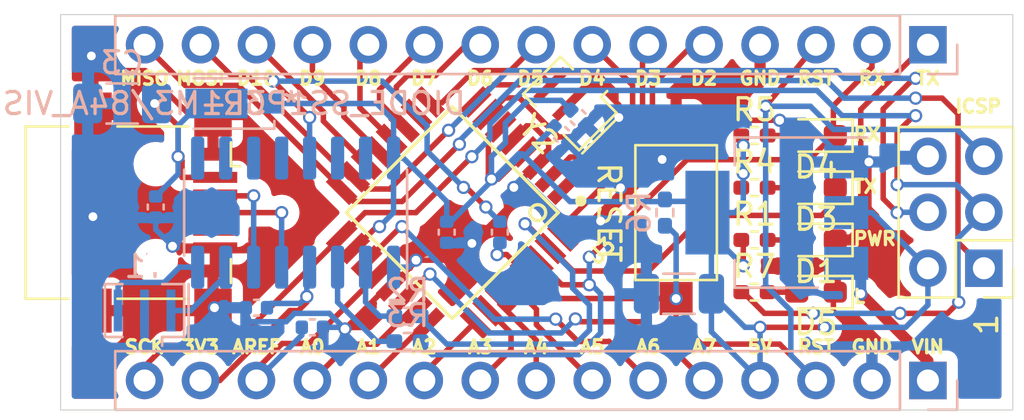
<source format=kicad_pcb>
(kicad_pcb (version 20211014) (generator pcbnew)
  (title_block (title "ARDUINO NANO CLONE w CH340G") (date "2021-12-05") (rev "1.0.0") (company "Pulsestar") (comment 1 "Designed by - twotool") (comment 2 "twotool@outlook.com") (comment 3 "+880 1715-298880"))
  (layers (0 "F.Cu" signal) (31 "B.Cu" signal) (34 "B.Paste" user) (35 "F.Paste" user) (36 "B.SilkS" user "B.Silkscreen") (37 "F.SilkS" user "F.Silkscreen") (38 "B.Mask" user) (39 "F.Mask" user) (44 "Edge.Cuts" user))
  (net 0 "")
  (net 1 "GND")
  (net 2 "+3V3")
  (net 3 "VBUS")
  (net 4 "/VIN")
  (net 5 "/RST")
  (net 6 "+5V")
  (net 7 "Net-(D1-Pad2)")
  (net 8 "Net-(D3-Pad2)")
  (net 9 "/TX")
  (net 10 "Net-(D4-Pad2)")
  (net 11 "/RX")
  (net 12 "/SCK")
  (net 13 "/AREF")
  (net 14 "/A0")
  (net 15 "/A1")
  (net 16 "/A2")
  (net 17 "/A3")
  (net 18 "/A4")
  (net 19 "/A5")
  (net 20 "/A6")
  (net 21 "/A7")
  (net 22 "/MISO")
  (net 23 "/MOSI")
  (net 24 "/D10")
  (net 25 "/D9")
  (net 26 "/D8")
  (net 27 "/D7")
  (net 28 "/D6")
  (net 29 "/D5")
  (net 30 "/D4")
  (net 31 "/D3")
  (net 32 "/D2")
  (net 33 "/D+")
  (net 34 "/D-")
  (net 35 "/XI")
  (net 36 "/XO")
  (net 37 "Net-(U3-Pad8)")
  (net 38 "Net-(U3-Pad7)")
  (net 39 "Net-(D5-Pad2)")
  (net 40 "/TXD")
  (net 41 "/RXD")
  (net 42 "/~{DTR}")
  (footprint "LED_SMD:LED_0603_1608Metric_Pad1.05x0.95mm_HandSolder" (layer "F.Cu") (at 149.86 77.610166 180)
    (fp_text reference "D3")
    (fp_text value "TX_GRN")
  )
  (footprint "Connector_PinHeader_2.54mm:PinHeader_2x03_P2.54mm_Vertical" (layer "F.Cu") (at 157.48 81.265 180)
    (fp_text reference "J3" hide)
    (fp_text value "ICSP" hide)
  )
  (footprint "Connector_USB:USB_Mini-B_Lumberg_2486_01_Horizontal" (layer "F.Cu") (at 119.888 78.74 -90)
    (fp_text reference "J4" hide)
    (fp_text value "USB_B_Mini" hide)
  )
  (footprint "Resistor_SMD:R_0402_1005Metric_Pad0.72x0.64mm_HandSolder" (layer "F.Cu") (at 147.066 79.980832)
    (fp_text reference "R1")
    (fp_text value "R")
  )
  (footprint "Resistor_SMD:R_0402_1005Metric_Pad0.72x0.64mm_HandSolder" (layer "F.Cu") (at 147.066 77.610166)
    (fp_text reference "R4")
    (fp_text value "R")
  )
  (footprint "Resistor_SMD:R_0402_1005Metric_Pad0.72x0.64mm_HandSolder" (layer "F.Cu") (at 147.066 75.2395)
    (fp_text reference "R5")
    (fp_text value "R")
  )
  (footprint "Button_Switch_SMD:SW_SPST_CK_RS282G05A3" (layer "F.Cu") (at 143.51 78.74 -90)
    (fp_text reference "SW1" hide)
    (fp_text value "SW_PUSHBUTTON" hide)
  )
  (footprint "22L_MCU:ATMEGA328P-AU" (layer "F.Cu") (at 133.35 78.74 -135)
    (fp_text reference "U3")
    (fp_text value "ATMEGA328P-AU")
  )
  (footprint "Crystal:Resonator_SMD_Murata_CSTxExxV-3Pin_3.0x1.1mm" (layer "F.Cu") (at 138.684 73.787 135)
    (fp_text reference "Y2")
    (fp_text value "16MHz")
  )
  (footprint "Resistor_SMD:R_0402_1005Metric_Pad0.72x0.64mm_HandSolder" (layer "F.Cu") (at 147.066 82.3515)
    (fp_text reference "R7")
    (fp_text value "R")
  )
  (footprint "LED_SMD:LED_0603_1608Metric_Pad1.05x0.95mm_HandSolder" (layer "F.Cu") (at 149.86 82.3515 180)
    (fp_text reference "D5")
    (fp_text value "L_RED")
  )
  (footprint "LED_SMD:LED_0603_1608Metric_Pad1.05x0.95mm_HandSolder" (layer "F.Cu") (at 149.86 75.2395 180)
    (fp_text reference "D4")
    (fp_text value "RX_RED")
  )
  (footprint "LED_SMD:LED_0603_1608Metric_Pad1.05x0.95mm_HandSolder" (layer "F.Cu") (at 149.86 79.980832 180)
    (fp_text reference "D1")
    (fp_text value "PWR_RED")
  )
  (footprint "Capacitor_SMD:C_0402_1005Metric" (layer "B.Cu") (at 119.888 78.486 -90)
    (fp_text reference "C2" hide)
    (fp_text value "0.1uF" hide)
  )
  (footprint "Capacitor_SMD:C_1206_3216Metric_Pad1.33x1.80mm_HandSolder" (layer "B.Cu") (at 118.364 73.787 180)
    (fp_text reference "C3")
    (fp_text value "4.7uF")
  )
  (footprint "Capacitor_SMD:C_0402_1005Metric" (layer "B.Cu") (at 135.509 79.629 -90)
    (fp_text reference "C5" hide)
    (fp_text value "0.1uF" hide)
  )
  (footprint "Capacitor_SMD:C_0402_1005Metric" (layer "B.Cu") (at 127 83.947)
    (fp_text reference "C8" hide)
    (fp_text value "0.1uF" hide)
  )
  (footprint "Capacitor_SMD:C_0402_1005Metric" (layer "B.Cu") (at 139.065 74.422 -45)
    (fp_text reference "C9" hide)
    (fp_text value "0.1uF" hide)
  )
  (footprint "Capacitor_SMD:C_0402_1005Metric" (layer "B.Cu") (at 138.303 75.184 -45)
    (fp_text reference "C10" hide)
    (fp_text value "0.1uF" hide)
  )
  (footprint "Connector_PinHeader_2.54mm:PinHeader_1x15_P2.54mm_Vertical" (layer "B.Cu") (at 154.94 71.12 90)
    (fp_text reference "J2" hide)
    (fp_text value "Conn_01x15" hide)
  )
  (footprint "Resistor_SMD:R_0402_1005Metric_Pad0.72x0.64mm_HandSolder" (layer "B.Cu") (at 131.318 84.582 180)
    (fp_text reference "R3")
    (fp_text value "1K")
  )
  (footprint "Resistor_SMD:R_0402_1005Metric_Pad0.72x0.64mm_HandSolder" (layer "B.Cu") (at 143.002 78.74 -90)
    (fp_text reference "R6")
    (fp_text value "1K")
  )
  (footprint "Package_SO:SOIC-16_3.9x9.9mm_P1.27mm" (layer "B.Cu") (at 126.238 78.74 90)
    (fp_text reference "U1" hide)
    (fp_text value "CH340G" hide)
  )
  (footprint "Package_TO_SOT_SMD:SOT-223-3_TabPin2" (layer "B.Cu") (at 148.082 78.74 180)
    (fp_text reference "U2" hide)
    (fp_text value "NCP1117-5.0_SOT223" hide)
  )
  (footprint "Crystal:Resonator_SMD_Murata_CSTxExxV-3Pin_3.0x1.1mm" (layer "B.Cu") (at 119.38 83.185 180)
    (fp_text reference "Y1")
    (fp_text value "16MHz")
  )
  (footprint "Connector_PinHeader_2.54mm:PinHeader_1x15_P2.54mm_Vertical" (layer "B.Cu") (at 154.94 86.36 90)
    (fp_text reference "J1" hide)
    (fp_text value "Conn_01x15" hide)
  )
  (footprint "Capacitor_SMD:C_1206_3216Metric" (layer "B.Cu") (at 143.637 82.423 180)
    (fp_text reference "C6" hide)
    (fp_text value "1uF" hide)
  )
  (footprint "Capacitor_SMD:C_0402_1005Metric" (layer "B.Cu") (at 133.096 79.629 -90)
    (fp_text reference "C11" hide)
    (fp_text value "0.1uF" hide)
  )
  (footprint "Resistor_SMD:R_0402_1005Metric_Pad0.72x0.64mm_HandSolder" (layer "B.Cu") (at 131.318 83.439 180)
    (fp_text reference "R2")
    (fp_text value "1K")
  )
  (footprint "22L_DIODE:SS1P3L-M3_84A" (layer "B.Cu") (at 123.444 73.787 180)
    (fp_text reference "CR1")
    (fp_text value "DIODE_SS1P3L-M3/84A_VIS")
  )
  (footprint "Capacitor_SMD:C_0402_1005Metric" (layer "B.Cu") (at 124.46 83.058 180)
    (fp_text reference "C1" hide)
    (fp_text value "0.1uF" hide)
  )
  (gr_line (start 158.79 87.7) (end 158.79 69.75) (layer "Edge.Cuts") (width 0.05))
  (gr_line (start 115.57 69.75) (end 158.79 69.75) (layer "Edge.Cuts") (width 0.05))
  (gr_line (start 115.57 87.7) (end 115.57 69.75) (layer "Edge.Cuts") (width 0.05))
  (gr_line (start 115.57 87.7) (end 158.79 87.7) (layer "Edge.Cuts") (width 0.05))
  (gr_text "PWR" (at 152.527 79.925332) (layer "F.SilkS") (effects (font (size 0.6 0.6))))
  (gr_text "L" (at 151.827 82.55) (layer "F.SilkS") (effects (font (size 0.6 0.6))))
  (gr_text "TX" (at 152.098428 77.554666) (layer "F.SilkS") (effects (font (size 0.6 0.6))))
  (gr_text "RX" (at 152.169857 75.184) (layer "F.SilkS") (effects (font (size 0.6 0.6))))
  (gr_text "GND" (at 152.4 84.836) (layer "F.SilkS") (effects (font (size 0.6 0.6))))
  (gr_text "RST" (at 149.86 84.836) (layer "F.SilkS") (effects (font (size 0.6 0.6))))
  (gr_text "5V" (at 147.32 84.836) (layer "F.SilkS") (effects (font (size 0.6 0.6))))
  (gr_text "A7" (at 144.78 84.836) (layer "F.SilkS") (effects (font (size 0.6 0.6))))
  (gr_text "A6" (at 142.24 84.836) (layer "F.SilkS") (effects (font (size 0.6 0.6))))
  (gr_text "A5" (at 139.7 84.836) (layer "F.SilkS") (effects (font (size 0.6 0.6))))
  (gr_text "A4" (at 137.16 84.836) (layer "F.SilkS") (effects (font (size 0.6 0.6))))
  (gr_text "A3" (at 134.62 84.836) (layer "F.SilkS") (effects (font (size 0.6 0.6))))
  (gr_text "A2" (at 132.08 84.836) (layer "F.SilkS") (effects (font (size 0.6 0.6))))
  (gr_text "A1" (at 129.54 84.836) (layer "F.SilkS") (effects (font (size 0.6 0.6))))
  (gr_text "A0" (at 127 84.836) (layer "F.SilkS") (effects (font (size 0.6 0.6))))
  (gr_text "AREF" (at 124.46 84.836) (layer "F.SilkS") (effects (font (size 0.6 0.6))))
  (gr_text "3V3" (at 121.92 84.836) (layer "F.SilkS") (effects (font (size 0.6 0.6))))
  (gr_text "SCK" (at 119.38 84.836) (layer "F.SilkS") (effects (font (size 0.6 0.6))))
  (gr_text "MISO" (at 119.38 72.644) (layer "F.SilkS") (effects (font (size 0.6 0.6))))
  (gr_text "MOSI\n" (at 121.92 72.644) (layer "F.SilkS") (effects (font (size 0.6 0.6))))
  (gr_text "D10" (at 124.46 72.644) (layer "F.SilkS") (effects (font (size 0.6 0.6))))
  (gr_text "D9\n" (at 127 72.644) (layer "F.SilkS") (effects (font (size 0.6 0.6))))
  (gr_text "D8\n" (at 129.54 72.644) (layer "F.SilkS") (effects (font (size 0.6 0.6))))
  (gr_text "D7" (at 132.08 72.644) (layer "F.SilkS") (effects (font (size 0.6 0.6))))
  (gr_text "D6" (at 134.62 72.644) (layer "F.SilkS") (effects (font (size 0.6 0.6))))
  (gr_text "D5" (at 136.906 72.644) (layer "F.SilkS") (effects (font (size 0.6 0.6))))
  (gr_text "D4" (at 139.7 72.644) (layer "F.SilkS") (effects (font (size 0.6 0.6))))
  (gr_text "D3" (at 142.24 72.644) (layer "F.SilkS") (effects (font (size 0.6 0.6))))
  (gr_text "D2" (at 144.78 72.644) (layer "F.SilkS") (effects (font (size 0.6 0.6))))
  (gr_text "GND" (at 147.32 72.644) (layer "F.SilkS") (effects (font (size 0.6 0.6))))
  (gr_text "RST" (at 149.86 72.644) (layer "F.SilkS") (effects (font (size 0.6 0.6))))
  (gr_text "RX" (at 152.4 72.644) (layer "F.SilkS") (effects (font (size 0.6 0.6))))
  (gr_text "TX" (at 154.94 72.644) (layer "F.SilkS") (effects (font (size 0.6 0.6))))
  (gr_text "ICSP\n" (at 157.226 73.914) (layer "F.SilkS") (effects (font (size 0.6 0.6))))
  (gr_text "VIN" (at 154.94 84.836) (layer "F.SilkS") (effects (font (size 0.6 0.6))))
  (gr_text "1" (at 157.607 83.82 90) (layer "F.SilkS") (effects (font (size 1 1))))
  (gr_text "RESET" (at 140.462 78.74 270) (layer "F.SilkS") (effects (font (size 1 1))))
  (segment (start 122.588 80.34) (end 122.588 83.09) (width 0.25) (layer "F.Cu") (net 1))
  (segment (start 122.555 83.123) (end 122.488 83.19) (width 0.25) (layer "F.Cu") (net 1))
  (segment (start 117.061999 72.295001) (end 117.038 72.319) (width 0.25) (layer "F.Cu") (net 1))
  (segment (start 137.157676 76.583324) (end 136.144 77.597) (width 0.25) (layer "F.Cu") (net 1))
  (segment (start 131.699 80.899) (end 131.699 80.956686) (width 0.25) (layer "F.Cu") (net 1))
  (segment (start 150.6475 82.3515) (end 150.6475 83.2105) (width 0.25) (layer "F.Cu") (net 1))
  (segment (start 137.723197 75.493197) (end 137.033 74.803) (width 0.25) (layer "F.Cu") (net 1))
  (segment (start 140.081 73.025) (end 139.446 73.025) (width 0.25) (layer "F.Cu") (net 1))
  (segment (start 130.468466 82.028047) (end 128.475807 84.020706) (width 0.25) (layer "F.Cu") (net 1))
  (segment (start 136.721314 74.803) (end 136.072361 75.451953) (width 0.25) (layer "F.Cu") (net 1))
  (segment (start 131.699 80.956686) (end 130.627639 82.028047) (width 0.25) (layer "F.Cu") (net 1))
  (segment (start 122.555 83.058) (end 122.555 83.123) (width 0.25) (layer "F.Cu") (net 1))
  (segment (start 117.038 74.29) (end 117.038 72.319) (width 0.25) (layer "F.Cu") (net 1))
  (segment (start 117.038 74.29) (end 117.038 78.923) (width 0.25) (layer "F.Cu") (net 1))
  (segment (start 137.723197 76.063859) (end 137.723197 75.493197) (width 0.25) (layer "F.Cu") (net 1))
  (segment (start 146.558 73.279) (end 146.685 73.152) (width 0.25) (layer "F.Cu") (net 1))
  (segment (start 133.477 80.899) (end 134.239 80.137) (width 0.25) (layer "F.Cu") (net 1))
  (segment (start 142.875 75.475) (end 143.51 74.84) (width 0.25) (layer "F.Cu") (net 1))
  (segment (start 147.32 72.517) (end 146.685 73.152) (width 0.25) (layer "F.Cu") (net 1))
  (segment (start 152.4 84.963) (end 152.4 86.36) (width 0.25) (layer "F.Cu") (net 1))
  (segment (start 118.142001 72.295001) (end 117.061999 72.295001) (width 0.25) (layer "F.Cu") (net 1))
  (segment (start 136.144 78.232) (end 134.239 80.137) (width 0.25) (layer "F.Cu") (net 1))
  (segment (start 140.909952 74.421992) (end 140.909952 73.853952) (width 0.25) (layer "F.Cu") (net 1))
  (segment (start 117.038 78.923) (end 117.038 83.19) (width 0.25) (layer "F.Cu") (net 1))
  (segment (start 150.6475 79.980832) (end 151.286168 79.980832) (width 0.25) (layer "F.Cu") (net 1))
  (segment (start 146.558 74.549) (end 143.801 74.549) (width 0.25) (layer "F.Cu") (net 1))
  (segment (start 150.6475 82.3515) (end 150.6475 79.980832) (width 0.25) (layer "F.Cu") (net 1))
  (segment (start 117.038 71.699) (end 116.967 71.628) (width 0.25) (layer "F.Cu") (net 1))
  (segment (start 146.558 74.549) (end 146.558 73.279) (width 0.25) (layer "F.Cu") (net 1))
  (segment (start 151.286168 79.980832) (end 152.259 79.008) (width 0.25) (layer "F.Cu") (net 1))
  (segment (start 117.038 72.319) (end 117.038 71.699) (width 0.25) (layer "F.Cu") (net 1))
  (segment (start 140.909952 73.853952) (end 140.081 73.025) (width 0.25) (layer "F.Cu") (net 1))
  (segment (start 142.875 76.327) (end 142.875 75.475) (width 0.25) (layer "F.Cu") (net 1))
  (segment (start 150.6475 83.2105) (end 152.4 84.963) (width 0.25) (layer "F.Cu") (net 1))
  (segment (start 118.142001 72.295001) (end 119.412001 72.295001) (width 0.25) (layer "F.Cu") (net 1))
  (segment (start 119.412001 72.295001) (end 121.407 74.29) (width 0.25) (layer "F.Cu") (net 1))
  (segment (start 137.203732 76.583324) (end 137.157676 76.583324) (width 0.25) (layer "F.Cu") (net 1))
  (segment (start 121.407 74.29) (end 122.488 74.29) (width 0.25) (layer "F.Cu") (net 1))
  (segment (start 130.627639 82.028047) (end 130.468466 82.028047) (width 0.25) (layer "F.Cu") (net 1))
  (segment (start 136.144 77.597) (end 136.144 78.232) (width 0.25) (layer "F.Cu") (net 1))
  (segment (start 140.986862 78.215138) (end 140.986862 77.613862) (width 0.25) (layer "F.Cu") (net 1))
  (segment (start 122.588 83.09) (end 122.488 83.19) (width 0.25) (layer "F.Cu") (net 1))
  (segment (start 143.801 74.549) (end 143.51 74.84) (width 0.25) (layer "F.Cu") (net 1))
  (segment (start 122.512 80.264) (end 122.588 80.34) (width 0.25) (layer "F.Cu") (net 1))
  (segment (start 131.699 80.899) (end 133.477 80.899) (width 0.25) (layer "F.Cu") (net 1))
  (segment (start 117.888001 72.295001) (end 118.142001 72.295001) (width 0.25) (layer "F.Cu") (net 1))
  (segment (start 152.259 79.008) (end 152.259 76.44) (width 0.25) (layer "F.Cu") (net 1))
  (segment (start 139.446 73.025) (end 138.684 73.787) (width 0.25) (layer "F.Cu") (net 1))
  (segment (start 137.033 74.803) (end 136.721314 74.803) (width 0.25) (layer "F.Cu") (net 1))
  (segment (start 137.203732 76.583324) (end 137.723197 76.063859) (width 0.25) (layer "F.Cu") (net 1))
  (segment (start 147.32 71.12) (end 147.32 72.517) (width 0.25) (layer "F.Cu") (net 1))
  (segment (start 120.65 80.264) (end 122.512 80.264) (width 0.25) (layer "F.Cu") (net 1))
  (segment (start 122.488 83.19) (end 117.038 83.19) (width 0.25) (layer "F.Cu") (net 1))
  (segment (start 148.209 74.549) (end 146.558 74.549) (width 0.25) (layer "F.Cu") (net 1))
  (segment (start 140.081 79.121) (end 140.986862 78.215138) (width 0.25) (layer "F.Cu") (net 1))
  (via (at 116.967 71.628) (size 0.6) (drill 0.4) (layers "F.Cu" "B.Cu") (net 1))
  (via (at 136.144 77.597) (size 0.6) (drill 0.4) (layers "F.Cu" "B.Cu") (net 1))
  (via (at 140.909952 74.421992) (size 0.6) (drill 0.4) (layers "F.Cu" "B.Cu") (net 1))
  (via (at 134.239 80.137) (size 0.6) (drill 0.4) (layers "F.Cu" "B.Cu") (net 1))
  (via (at 122.555 83.058) (size 0.6) (drill 0.4) (layers "F.Cu" "B.Cu") (net 1))
  (via (at 128.475807 84.020706) (size 0.6) (drill 0.4) (layers "F.Cu" "B.Cu") (net 1))
  (via (at 117.038 78.923) (size 0.6) (drill 0.4) (layers "F.Cu" "B.Cu") (net 1))
  (via (at 140.986862 77.613862) (size 0.6) (drill 0.4) (layers "F.Cu" "B.Cu") (net 1))
  (via (at 142.875 76.327) (size 0.6) (drill 0.4) (layers "F.Cu" "B.Cu") (net 1))
  (via (at 148.209 74.549) (size 0.6) (drill 0.4) (layers "F.Cu" "B.Cu") (net 1))
  (via (at 152.259 76.44) (size 0.6) (drill 0.4) (layers "F.Cu" "B.Cu") (net 1))
  (via (at 120.65 80.264) (size 0.6) (drill 0.4) (layers "F.Cu" "B.Cu") (net 1))
  (via (at 140.081 79.121) (size 0.6) (drill 0.4) (layers "F.Cu" "B.Cu") (net 1))
  (via (at 131.699 80.899) (size 0.6) (drill 0.4) (layers "F.Cu" "B.Cu") (net 1))
  (segment (start 124.079 83.693) (end 123.952 83.566) (width 0.25) (layer "B.Cu") (net 1))
  (segment (start 128.402101 83.947) (end 128.475807 84.020706) (width 0.25) (layer "B.Cu") (net 1))
  (segment (start 142.162 80.186) (end 142.162 82.423) (width 0.25) (layer "B.Cu") (net 1))
  (segment (start 119.888 78.966) (end 119.888 79.502) (width 0.25) (layer "B.Cu") (net 1))
  (segment (start 149.341 74.549) (end 151.232 76.44) (width 0.25) (layer "B.Cu") (net 1))
  (segment (start 139.404411 74.761411) (end 138.642411 75.523411) (width 0.25) (layer "B.Cu") (net 1))
  (segment (start 151.232 76.44) (end 154.685 76.44) (width 0.25) (layer "B.Cu") (net 1))
  (segment (start 119.888 78.966) (end 117.122 78.966) (width 0.25) (layer "B.Cu") (net 1))
  (segment (start 133.124 80.137) (end 133.096 80.109) (width 0.25) (layer "B.Cu") (net 1))
  (segment (start 119.888 79.502) (end 120.65 80.264) (width 0.25) (layer "B.Cu") (net 1))
  (segment (start 140.97 76.327) (end 140.97 77.597) (width 0.25) (layer "B.Cu") (net 1))
  (segment (start 140.97 76.327) (end 142.875 76.327) (width 0.25) (layer "B.Cu") (net 1))
  (segment (start 127.767101 83.312) (end 126.187391 83.312) (width 0.25) (layer "B.Cu") (net 1))
  (segment (start 140.081 79.121) (end 141.097 79.121) (width 0.25) (layer "B.Cu") (net 1))
  (segment (start 123.952 83.086) (end 123.98 83.058) (width 0.25) (layer "B.Cu") (net 1))
  (segment (start 139.404411 74.761411) (end 140.97 76.327) (width 0.25) (layer "B.Cu") (net 1))
  (segment (start 154.685 76.44) (end 154.94 76.185) (width 0.25) (layer "B.Cu") (net 1))
  (segment (start 117.122 78.966) (end 117.079 78.923) (width 0.25) (layer "B.Cu") (net 1))
  (segment (start 140.97 77.597) (end 140.986862 77.613862) (width 0.25) (layer "B.Cu") (net 1))
  (segment (start 116.967 73.709) (end 116.967 71.628) (width 0.25) (layer "B.Cu") (net 1))
  (segment (start 126.187391 83.312) (end 125.806391 83.693) (width 0.25) (layer "B.Cu") (net 1))
  (segment (start 123.952 83.566) (end 123.952 83.086) (width 0.25) (layer "B.Cu") (net 1))
  (segment (start 141.097 79.121) (end 142.162 80.186) (width 0.25) (layer "B.Cu") (net 1))
  (segment (start 128.475807 84.020706) (end 127.767101 83.312) (width 0.25) (layer "B.Cu") (net 1))
  (segment (start 131.383 81.215) (end 131.699 80.899) (width 0.25) (layer "B.Cu") (net 1))
  (segment (start 125.806391 83.693) (end 124.079 83.693) (width 0.25) (layer "B.Cu") (net 1))
  (segment (start 117.079 78.923) (end 117.038 78.923) (width 0.25) (layer "B.Cu") (net 1))
  (segment (start 148.209 74.549) (end 149.341 74.549) (width 0.25) (layer "B.Cu") (net 1))
  (segment (start 134.239 80.137) (end 133.124 80.137) (width 0.25) (layer "B.Cu") (net 1))
  (segment (start 127.48 83.947) (end 128.402101 83.947) (width 0.25) (layer "B.Cu") (net 1))
  (segment (start 123.98 83.058) (end 122.555 83.058) (width 0.25) (layer "B.Cu") (net 1))
  (segment (start 116.889 73.787) (end 116.967 73.709) (width 0.25) (layer "B.Cu") (net 1))
  (segment (start 130.683 81.215) (end 131.383 81.215) (width 0.25) (layer "B.Cu") (net 1))
  (segment (start 126.746 82.804) (end 126.746 82.55) (width 0.25) (layer "F.Cu") (net 2))
  (segment (start 126.365 83.185) (end 126.746 82.804) (width 0.25) (layer "F.Cu") (net 2))
  (segment (start 125.973299 83.185) (end 126.365 83.185) (width 0.25) (layer "F.Cu") (net 2))
  (segment (start 121.92 86.36) (end 122.798299 86.36) (width 0.25) (layer "F.Cu") (net 2))
  (segment (start 122.798299 86.36) (end 125.973299 83.185) (width 0.25) (layer "F.Cu") (net 2))
  (via (at 126.746 82.55) (size 0.6) (drill 0.4) (layers "F.Cu" "B.Cu") (net 2))
  (segment (start 121.92 86.106) (end 121.92 86.36) (width 0.25) (layer "B.Cu") (net 2))
  (segment (start 126.433501 82.862499) (end 126.746 82.55) (width 0.25) (layer "B.Cu") (net 2))
  (segment (start 125.135501 82.862499) (end 126.433501 82.862499) (width 0.25) (layer "B.Cu") (net 2))
  (segment (start 126.746 81.342) (end 126.873 81.215) (width 0.25) (layer "B.Cu") (net 2))
  (segment (start 126.873 81.591768) (end 126.873 81.215) (width 0.25) (layer "B.Cu") (net 2))
  (segment (start 126.746 82.55) (end 126.746 81.342) (width 0.25) (layer "B.Cu") (net 2))
  (segment (start 124.94 83.058) (end 125.135501 82.862499) (width 0.25) (layer "B.Cu") (net 2))
  (segment (start 121.082 76.378) (end 120.904 76.2) (width 0.25) (layer "F.Cu") (net 3))
  (segment (start 120.904 76.2) (end 120.904 74.803) (width 0.25) (layer "F.Cu") (net 3))
  (segment (start 120.904 74.803) (end 119.888 73.787) (width 0.25) (layer "F.Cu") (net 3))
  (segment (start 121.082 77.14) (end 121.082 76.378) (width 0.25) (layer "F.Cu") (net 3))
  (segment (start 119.888 73.787) (end 119.839 73.787) (width 0.25) (layer "F.Cu") (net 3))
  (segment (start 122.588 77.14) (end 121.082 77.14) (width 0.25) (layer "F.Cu") (net 3))
  (via (at 120.904 76.2) (size 0.6) (drill 0.4) (layers "F.Cu" "B.Cu") (net 3))
  (via (at 119.839 73.787) (size 0.6) (drill 0.4) (layers "F.Cu" "B.Cu") (net 3))
  (segment (start 120.904 76.2) (end 120.904 76.99) (width 0.25) (layer "B.Cu") (net 3))
  (segment (start 120.904 76.2) (end 120.904 74.7903) (width 0.25) (layer "B.Cu") (net 3))
  (segment (start 120.904 74.7903) (end 121.9073 73.787) (width 0.25) (layer "B.Cu") (net 3))
  (segment (start 121.9073 73.787) (end 122.6439 73.787) (width 0.25) (layer "B.Cu") (net 3))
  (segment (start 120.904 76.99) (end 119.888 78.006) (width 0.25) (layer "B.Cu") (net 3))
  (segment (start 154.94 86.36) (end 154.94 85.471) (width 0.5) (layer "F.Cu") (net 4))
  (segment (start 154.94 85.471) (end 151.892 82.423) (width 0.5) (layer "F.Cu") (net 4))
  (via (at 151.892 82.423) (size 0.6) (drill 0.4) (layers "F.Cu" "B.Cu") (net 4))
  (segment (start 151.892 82.423) (end 151.892 81.7) (width 0.5) (layer "B.Cu") (net 4))
  (segment (start 151.892 81.7) (end 151.232 81.04) (width 0.5) (layer "B.Cu") (net 4))
  (segment (start 144.653 84.709) (end 143.51 83.566) (width 0.25) (layer "F.Cu") (net 5))
  (segment (start 148.209 84.709) (end 144.653 84.709) (width 0.25) (layer "F.Cu") (net 5))
  (segment (start 149.86 86.36) (end 148.209 84.709) (width 0.25) (layer "F.Cu") (net 5))
  (segment (start 135.382 80.645) (end 135.820686 80.645) (width 0.25) (layer "F.Cu") (net 5))
  (segment (start 143.51 83.566) (end 143.51 82.64) (width 0.25) (layer "F.Cu") (net 5))
  (segment (start 137.815686 82.64) (end 137.735684 82.559998) (width 0.25) (layer "F.Cu") (net 5))
  (segment (start 137.735684 82.559998) (end 136.638047 81.462361) (width 0.25) (layer "F.Cu") (net 5))
  (segment (start 143.51 82.64) (end 137.815686 82.64) (width 0.25) (layer "F.Cu") (net 5))
  (segment (start 149.86 71.12) (end 147.574 73.914) (width 0.25) (layer "F.Cu") (net 5))
  (segment (start 135.820686 80.645) (end 136.638047 81.462361) (width 0.25) (layer "F.Cu") (net 5))
  (via (at 143.51 82.64) (size 0.6) (drill 0.4) (layers "F.Cu" "B.Cu") (net 5))
  (via (at 135.382 80.645) (size 0.6) (drill 0.4) (layers "F.Cu" "B.Cu") (net 5))
  (via (at 147.574 73.914) (size 0.6) (drill 0.4) (layers "F.Cu" "B.Cu") (net 5))
  (segment (start 143.51 79.758) (end 143.51 82.64) (width 0.25) (layer "B.Cu") (net 5))
  (segment (start 135.509 80.109) (end 135.509 80.264) (width 0.25) (layer "B.Cu") (net 5))
  (segment (start 135.509 80.518) (end 135.382 80.645) (width 0.25) (layer "B.Cu") (net 5))
  (segment (start 148.717 85.217) (end 148.717 83.185) (width 0.25) (layer "B.Cu") (net 5))
  (segment (start 149.606 73.914) (end 147.574 73.914) (width 0.25) (layer "B.Cu") (net 5))
  (segment (start 143.002 79.25) (end 143.51 79.758) (width 0.25) (layer "B.Cu") (net 5))
  (segment (start 157.48 76.185) (end 156.26028 74.96528) (width 0.25) (layer "B.Cu") (net 5))
  (segment (start 147.574 82.042) (end 148.717 83.185) (width 0.25) (layer "B.Cu") (net 5))
  (segment (start 147.574 73.914) (end 147.574 82.042) (width 0.25) (layer "B.Cu") (net 5))
  (segment (start 149.86 86.36) (end 148.717 85.217) (width 0.25) (layer "B.Cu") (net 5))
  (segment (start 150.65728 74.96528) (end 149.606 73.914) (width 0.25) (layer "B.Cu") (net 5))
  (segment (start 156.26028 74.96528) (end 150.65728 74.96528) (width 0.25) (layer "B.Cu") (net 5))
  (segment (start 135.509 80.109) (end 135.509 80.518) (width 0.25) (layer "B.Cu") (net 5))
  (segment (start 146.558 75.692) (end 146.558 75.2415) (width 0.25) (layer "F.Cu") (net 6))
  (segment (start 128.930583 80.33099) (end 128.96501 80.33099) (width 0.25) (layer "F.Cu") (net 6))
  (segment (start 135.128 77.216) (end 135.439686 77.216) (width 0.25) (layer "F.Cu") (net 6))
  (segment (start 147.32 83.947) (end 150.241 83.947) (width 0.25) (layer "F.Cu") (net 6))
  (segment (start 146.558 75.2415) (end 146.556 75.2395) (width 0.25) (layer "F.Cu") (net 6))
  (segment (start 135.128 77.216) (end 134.987211 77.075211) (width 0.25) (layer "F.Cu") (net 6))
  (segment (start 146.558 81.153) (end 146.558 79.982832) (width 0.25) (layer "F.Cu") (net 6))
  (segment (start 146.556 76.964) (end 146.558 76.962) (width 0.25) (layer "F.Cu") (net 6))
  (segment (start 134.987211 77.075211) (end 134.987211 75.405733) (width 0.25) (layer "F.Cu") (net 6))
  (segment (start 146.556 77.610166) (end 146.556 76.964) (width 0.25) (layer "F.Cu") (net 6))
  (segment (start 146.558 79.982832) (end 146.556 79.980832) (width 0.25) (layer "F.Cu") (net 6))
  (segment (start 128.96501 80.33099) (end 129.921 79.375) (width 0.25) (layer "F.Cu") (net 6))
  (segment (start 135.439686 77.216) (end 136.638047 76.017639) (width 0.25) (layer "F.Cu") (net 6))
  (segment (start 129.921 79.375) (end 130.048 79.375) (width 0.25) (layer "F.Cu") (net 6))
  (segment (start 134.987211 75.405733) (end 135.506676 74.886268) (width 0.25) (layer "F.Cu") (net 6))
  (via (at 146.558 76.962) (size 0.6) (drill 0.4) (layers "F.Cu" "B.Cu") (net 6))
  (via (at 146.558 81.153) (size 0.6) (drill 0.4) (layers "F.Cu" "B.Cu") (net 6))
  (via (at 135.128 77.216) (size 0.6) (drill 0.4) (layers "F.Cu" "B.Cu") (net 6))
  (via (at 147.32 83.947) (size 0.6) (drill 0.4) (layers "F.Cu" "B.Cu") (net 6))
  (via (at 146.558 75.692) (size 0.6) (drill 0.4) (layers "F.Cu" "B.Cu") (net 6))
  (via (at 130.048 79.375) (size 0.6) (drill 0.4) (layers "F.Cu" "B.Cu") (net 6))
  (via (at 150.241 83.947) (size 0.6) (drill 0.4) (layers "F.Cu" "B.Cu") (net 6))
  (segment (start 130.683 78.74) (end 130.683 76.265) (width 0.25) (layer "B.Cu") (net 6))
  (segment (start 146.558 76.962) (end 146.558 78.359) (width 0.25) (layer "B.Cu") (net 6))
  (segment (start 136.779 73.645031) (end 138.288031 73.645031) (width 0.25) (layer "B.Cu") (net 6))
  (segment (start 133.096 78.232) (end 131.129 76.265) (width 0.25) (layer "B.Cu") (net 6))
  (segment (start 144.422 78.23) (end 144.932 78.74) (width 0.25) (layer "B.Cu") (net 6))
  (segment (start 147.32 86.36) (end 147.32 83.947) (width 0.25) (layer "B.Cu") (net 6))
  (segment (start 154.94 82.931) (end 154.94 81.265) (width 0.25) (layer "B.Cu") (net 6))
  (segment (start 147.32 83.947) (end 146.636 83.947) (width 0.25) (layer "B.Cu") (net 6))
  (segment (start 143.002 78.23) (end 144.422 78.23) (width 0.25) (layer "B.Cu") (net 6))
  (segment (start 133.096 79.149) (end 133.096 78.232) (width 0.25) (layer "B.Cu") (net 6))
  (segment (start 130.048 79.375) (end 130.683 78.74) (width 0.25) (layer "B.Cu") (net 6))
  (segment (start 136.652 76.156178) (end 136.652 76.2) (width 0.25) (layer "B.Cu") (net 6))
  (segment (start 146.177 78.74) (end 144.932 78.74) (width 0.25) (layer "B.Cu") (net 6))
  (segment (start 129.921 73.787) (end 125.1458 73.787) (width 0.25) (layer "B.Cu") (net 6))
  (segment (start 130.683 74.549) (end 129.921 73.787) (width 0.25) (layer "B.Cu") (net 6))
  (segment (start 133.096 79.149) (end 133.285998 79.149) (width 0.25) (layer "B.Cu") (net 6))
  (segment (start 153.924 83.947) (end 154.94 82.931) (width 0.25) (layer "B.Cu") (net 6))
  (segment (start 146.558 76.962) (end 146.558 75.692) (width 0.25) (layer "B.Cu") (net 6))
  (segment (start 152.415 78.74) (end 154.94 81.265) (width 0.25) (layer "B.Cu") (net 6))
  (segment (start 130.683 76.265) (end 130.683 74.549) (width 0.25) (layer "B.Cu") (net 6))
  (segment (start 145.112 84.152) (end 147.32 86.36) (width 0.25) (layer "B.Cu") (net 6))
  (segment (start 150.241 83.947) (end 153.924 83.947) (width 0.25) (layer "B.Cu") (net 6))
  (segment (start 151.232 78.74) (end 152.415 78.74) (width 0.25) (layer "B.Cu") (net 6))
  (segment (start 135.128 76.2) (end 135.763 75.565) (width 0.25) (layer "B.Cu") (net 6))
  (segment (start 137.963589 74.844589) (end 136.862178 75.946) (width 0.25) (layer "B.Cu") (net 6))
  (segment (start 136.361998 76.073) (end 136.525 76.073) (width 0.25) (layer "B.Cu") (net 6))
  (segment (start 145.112 82.423) (end 145.112 78.92) (width 0.25) (layer "B.Cu") (net 6))
  (segment (start 146.558 78.359) (end 146.177 78.74) (width 0.25) (layer "B.Cu") (net 6))
  (segment (start 138.288031 73.645031) (end 138.725589 74.082589) (width 0.25) (layer "B.Cu") (net 6))
  (segment (start 135.382 77.216) (end 136.525 76.073) (width 0.25) (layer "B.Cu") (net 6))
  (segment (start 144.932 78.74) (end 144.932 79.527) (width 0.25) (layer "B.Cu") (net 6))
  (segment (start 136.779 73.66) (end 136.779 73.645031) (width 0.25) (layer "B.Cu") (net 6))
  (segment (start 144.932 79.527) (end 146.558 81.153) (width 0.25) (layer "B.Cu") (net 6))
  (segment (start 135.763 74.676) (end 136.779 73.66) (width 0.25) (layer "B.Cu") (net 6))
  (segment (start 143.002 78.23) (end 142.993137 78.238863) (width 0.25) (layer "B.Cu") (net 6))
  (segment (start 145.112 78.92) (end 144.932 78.74) (width 0.25) (layer "B.Cu") (net 6))
  (segment (start 146.636 83.947) (end 145.112 82.423) (width 0.25) (layer "B.Cu") (net 6))
  (segment (start 133.285998 79.149) (end 136.361998 76.073) (width 0.25) (layer "B.Cu") (net 6))
  (segment (start 136.652 76.2) (end 136.525 76.073) (width 0.25) (layer "B.Cu") (net 6))
  (segment (start 137.963589 74.844589) (end 136.652 76.156178) (width 0.25) (layer "B.Cu") (net 6))
  (segment (start 138.690863 78.238863) (end 136.652 76.2) (width 0.25) (layer "B.Cu") (net 6))
  (segment (start 135.128 77.216) (end 135.382 77.216) (width 0.25) (layer "B.Cu") (net 6))
  (segment (start 131.129 76.265) (end 130.683 76.265) (width 0.25) (layer "B.Cu") (net 6))
  (segment (start 135.128 77.216) (end 135.128 76.2) (width 0.25) (layer "B.Cu") (net 6))
  (segment (start 142.993137 78.238863) (end 138.690863 78.238863) (width 0.25) (layer "B.Cu") (net 6))
  (segment (start 145.112 82.423) (end 145.112 84.152) (width 0.25) (layer "B.Cu") (net 6))
  (segment (start 135.763 75.565) (end 135.763 74.676) (width 0.25) (layer "B.Cu") (net 6))
  (segment (start 149.0725 79.980832) (end 147.576 79.980832) (width 0.25) (layer "F.Cu") (net 7))
  (segment (start 149.0725 77.610166) (end 147.576 77.610166) (width 0.25) (layer "F.Cu") (net 8))
  (segment (start 151.891295 75.818295) (end 151.891295 74.060366) (width 0.25) (layer "F.Cu") (net 9))
  (segment (start 150.6475 77.06209) (end 151.891295 75.818295) (width 0.25) (layer "F.Cu") (net 9))
  (segment (start 138.828416 81.389989) (end 137.769417 80.33099) (width 0.25) (layer "F.Cu") (net 9))
  (segment (start 136.652 79.248) (end 136.686427 79.248) (width 0.25) (layer "F.Cu") (net 9))
  (segment (start 150.6475 77.610166) (end 150.6475 77.06209) (width 0.25) (layer "F.Cu") (net 9))
  (segment (start 144.78 78.867) (end 142.257011 81.389989) (width 0.25) (layer "F.Cu") (net 9))
  (segment (start 150.6475 77.610166) (end 150.6475 78.3335) (width 0.25) (layer "F.Cu") (net 9))
  (segment (start 154.831661 71.12) (end 154.94 71.12) (width 0.25) (layer "F.Cu") (net 9))
  (segment (start 150.6475 78.3335) (end 150.114 78.867) (width 0.25) (layer "F.Cu") (net 9))
  (segment (start 136.686427 79.248) (end 137.769417 80.33099) (width 0.25) (layer "F.Cu") (net 9))
  (segment (start 142.257011 81.389989) (end 138.828416 81.389989) (width 0.25) (layer "F.Cu") (net 9))
  (segment (start 151.891295 74.060366) (end 154.831661 71.12) (width 0.25) (layer "F.Cu") (net 9))
  (segment (start 150.114 78.867) (end 144.78 78.867) (width 0.25) (layer "F.Cu") (net 9))
  (via (at 136.652 79.248) (size 0.6) (drill 0.4) (layers "F.Cu" "B.Cu") (net 9))
  (segment (start 139.573 84.074) (end 138.938 84.709) (width 0.25) (layer "B.Cu") (net 9))
  (segment (start 139.573 82.931) (end 139.573 84.074) (width 0.25) (layer "B.Cu") (net 9))
  (segment (start 138.811 82.169) (end 139.573 82.931) (width 0.25) (layer "B.Cu") (net 9))
  (segment (start 138.811 81.407) (end 138.811 82.169) (width 0.25) (layer "B.Cu") (net 9))
  (segment (start 133.098 84.709) (end 131.828 83.439) (width 0.25) (layer "B.Cu") (net 9))
  (segment (start 138.938 84.709) (end 133.098 84.709) (width 0.25) (layer "B.Cu") (net 9))
  (segment (start 136.652 79.248) (end 138.811 81.407) (width 0.25) (layer "B.Cu") (net 9))
  (segment (start 149.0725 75.2395) (end 147.576 75.2395) (width 0.25) (layer "F.Cu") (net 10))
  (segment (start 137.203732 80.896676) (end 138.322046 82.01499) (width 0.25) (layer "F.Cu") (net 11))
  (segment (start 149.550002 76.336998) (end 144.000981 76.336998) (width 0.25) (layer "F.Cu") (net 11))
  (segment (start 144.000981 76.336998) (end 139.573 80.764979) (width 0.25) (layer "F.Cu") (net 11))
  (segment (start 138.322046 82.01499) (end 139.146098 82.01499) (width 0.25) (layer "F.Cu") (net 11))
  (segment (start 150.6475 75.2395) (end 150.6475 73.8885) (width 0.25) (layer "F.Cu") (net 11))
  (segment (start 139.146098 82.01499) (end 139.570362 82.01499) (width 0.25) (layer "F.Cu") (net 11))
  (segment (start 152.4 71.12) (end 152.4 72.136) (width 0.25) (layer "F.Cu") (net 11))
  (segment (start 150.6475 75.2395) (end 149.550002 76.336998) (width 0.25) (layer "F.Cu") (net 11))
  (segment (start 150.6475 73.8885) (end 152.4 72.136) (width 0.25) (layer "F.Cu") (net 11))
  (via (at 139.570362 82.01499) (size 0.6) (drill 0.4) (layers "F.Cu" "B.Cu") (net 11))
  (via (at 139.573 80.764979) (size 0.6) (drill 0.4) (layers "F.Cu" "B.Cu") (net 11))
  (segment (start 131.828 84.582) (end 132.430999 85.184999) (width 0.25) (layer "B.Cu") (net 11))
  (segment (start 139.570362 80.767617) (end 139.573 80.764979) (width 0.25) (layer "B.Cu") (net 11))
  (segment (start 139.098397 85.184999) (end 140.081 84.202396) (width 0.25) (layer "B.Cu") (net 11))
  (segment (start 140.081 82.423) (end 139.67299 82.01499) (width 0.25) (layer "B.Cu") (net 11))
  (segment (start 140.081 84.202396) (end 140.081 82.423) (width 0.25) (layer "B.Cu") (net 11))
  (segment (start 132.430999 85.184999) (end 139.098397 85.184999) (width 0.25) (layer "B.Cu") (net 11))
  (segment (start 139.570362 82.01499) (end 139.570362 80.767617) (width 0.25) (layer "B.Cu") (net 11))
  (segment (start 139.67299 82.01499) (end 139.570362 82.01499) (width 0.25) (layer "B.Cu") (net 11))
  (segment (start 119.38 85.725) (end 119.38 86.36) (width 0.25) (layer "F.Cu") (net 12))
  (segment (start 146.556 82.3515) (end 147.5165 83.312) (width 0.25) (layer "F.Cu") (net 12))
  (segment (start 130.937 78.74) (end 131.699 78.74) (width 0.25) (layer "F.Cu") (net 12))
  (segment (start 147.5165 83.312) (end 149.733 83.312) (width 0.25) (layer "F.Cu") (net 12))
  (segment (start 120.343899 84.761101) (end 119.38 85.725) (width 0.25) (layer "F.Cu") (net 12))
  (segment (start 128.364897 79.765305) (end 123.369101 84.761101) (width 0.25) (layer "F.Cu") (net 12))
  (segment (start 131.699 78.74) (end 134.239 76.2) (width 0.25) (layer "F.Cu") (net 12))
  (segment (start 123.369101 84.761101) (end 120.343899 84.761101) (width 0.25) (layer "F.Cu") (net 12))
  (segment (start 155.829 83.312) (end 156.337 82.804) (width 0.25) (layer "F.Cu") (net 12))
  (segment (start 153.543 75.097775) (end 154.300496 74.340279) (width 0.25) (layer "F.Cu") (net 12))
  (segment (start 129.390202 78.74) (end 130.937 78.74) (width 0.25) (layer "F.Cu") (net 12))
  (segment (start 153.543 77.47) (end 153.543 75.842998) (width 0.25) (layer "F.Cu") (net 12))
  (segment (start 153.67 83.312) (end 155.829 83.312) (width 0.25) (layer "F.Cu") (net 12))
  (segment (start 153.543 75.842998) (end 153.543 75.097775) (width 0.25) (layer "F.Cu") (net 12))
  (segment (start 128.364897 79.765305) (end 129.390202 78.74) (width 0.25) (layer "F.Cu") (net 12))
  (via (at 153.67 83.312) (size 0.6) (drill 0.4) (layers "F.Cu" "B.Cu") (net 12))
  (via (at 149.733 83.312) (size 0.6) (drill 0.4) (layers "F.Cu" "B.Cu") (net 12))
  (via (at 153.543 77.47) (size 0.6) (drill 0.4) (layers "F.Cu" "B.Cu") (net 12))
  (via (at 154.379697 74.340279) (size 0.6) (drill 0.4) (layers "F.Cu" "B.Cu") (net 12))
  (via (at 156.337 82.804) (size 0.6) (drill 0.4) (layers "F.Cu" "B.Cu") (net 12))
  (via (at 134.239 76.2) (size 0.6) (drill 0.4) (layers "F.Cu" "B.Cu") (net 12))
  (segment (start 156.304999 79.900001) (end 157.48 78.725) (width 0.25) (layer "B.Cu") (net 12))
  (segment (start 149.903021 73.195021) (end 151.048279 74.340279) (width 0.25) (layer "B.Cu") (net 12))
  (segment (start 135.058991 74.72863) (end 136.5926 73.195021) (width 0.25) (layer "B.Cu") (net 12))
  (segment (start 153.543 77.47) (end 156.225 77.47) (width 0.25) (layer "B.Cu") (net 12))
  (segment (start 149.733 83.312) (end 153.67 83.312) (width 0.25) (layer "B.Cu") (net 12))
  (segment (start 156.225 77.47) (end 157.48 78.725) (width 0.25) (layer "B.Cu") (net 12))
  (segment (start 156.337 82.804) (end 156.304999 82.771999) (width 0.25) (layer "B.Cu") (net 12))
  (segment (start 151.048279 74.340279) (end 154.300496 74.340279) (width 0.25) (layer "B.Cu") (net 12))
  (segment (start 134.239 76.2) (end 135.058991 75.380009) (width 0.25) (layer "B.Cu") (net 12))
  (segment (start 136.5926 73.195021) (end 149.903021 73.195021) (width 0.25) (layer "B.Cu") (net 12))
  (segment (start 156.304999 82.771999) (end 156.304999 79.900001) (width 0.25) (layer "B.Cu") (net 12))
  (segment (start 135.058991 75.380009) (end 135.058991 74.72863) (width 0.25) (layer "B.Cu") (net 12))
  (segment (start 124.46 86.36) (end 124.46 85.852) (width 0.25) (layer "F.Cu") (net 13))
  (segment (start 130.061953 81.462361) (end 126.844157 84.680157) (width 0.25) (layer "F.Cu") (net 13))
  (segment (start 125.631843 84.680157) (end 126.844157 84.680157) (width 0.25) (layer "F.Cu") (net 13))
  (segment (start 124.46 85.852) (end 125.631843 84.680157) (width 0.25) (layer "F.Cu") (net 13))
  (segment (start 124.46 86.36) (end 124.968 86.36) (width 0.25) (layer "B.Cu") (net 13))
  (segment (start 126.52 83.947) (end 126.52 84.3) (width 0.25) (layer "B.Cu") (net 13))
  (segment (start 126.52 84.3) (end 124.46 86.36) (width 0.25) (layer "B.Cu") (net 13))
  (segment (start 127 86.36) (end 128.6482 84.7118) (width 0.25) (layer "F.Cu") (net 14))
  (segment (start 128.6482 84.7118) (end 129.9238 84.7118) (width 0.25) (layer "F.Cu") (net 14))
  (segment (start 131.75901 83.159417) (end 131.476183 83.159417) (width 0.25) (layer "F.Cu") (net 14))
  (segment (start 131.476183 83.159417) (end 129.9238 84.7118) (width 0.25) (layer "F.Cu") (net 14))
  (segment (start 132.174897 83.725103) (end 129.54 86.36) (width 0.25) (layer "F.Cu") (net 15))
  (segment (start 132.324695 83.725103) (end 132.174897 83.725103) (width 0.25) (layer "F.Cu") (net 15))
  (segment (start 132.08 86.020408) (end 132.08 86.36) (width 0.25) (layer "F.Cu") (net 16))
  (segment (start 134.375305 83.725103) (end 132.08 86.020408) (width 0.25) (layer "F.Cu") (net 16))
  (segment (start 134.975417 83.159417) (end 134.94099 83.159417) (width 0.25) (layer "F.Cu") (net 17))
  (segment (start 136.017 84.963) (end 136.017 84.201) (width 0.25) (layer "F.Cu") (net 17))
  (segment (start 136.017 84.201) (end 134.975417 83.159417) (width 0.25) (layer "F.Cu") (net 17))
  (segment (start 134.62 86.36) (end 136.017 84.963) (width 0.25) (layer "F.Cu") (net 17))
  (segment (start 137.16 84.529883) (end 137.16 86.36) (width 0.25) (layer "F.Cu") (net 18))
  (segment (start 135.506676 82.593732) (end 135.506676 82.876559) (width 0.25) (layer "F.Cu") (net 18))
  (segment (start 135.506676 82.876559) (end 137.16 84.529883) (width 0.25) (layer "F.Cu") (net 18))
  (segment (start 137.169998 83.829998) (end 139.7 86.36) (width 0.25) (layer "F.Cu") (net 19))
  (segment (start 136.072361 82.028047) (end 137.169998 83.125684) (width 0.25) (layer "F.Cu") (net 19))
  (segment (start 137.169998 83.125684) (end 137.169998 83.829998) (width 0.25) (layer "F.Cu") (net 19))
  (segment (start 131.064 79.375) (end 131.017944 79.375) (width 0.25) (layer "F.Cu") (net 20))
  (segment (start 142.24 86.36) (end 140.462 84.582) (width 0.25) (layer "F.Cu") (net 20))
  (segment (start 140.462 84.582) (end 140.453219 84.590781) (width 0.25) (layer "F.Cu") (net 20))
  (segment (start 140.453219 84.590781) (end 139.056219 84.590781) (width 0.25) (layer "F.Cu") (net 20))
  (segment (start 139.056219 84.590781) (end 138.041427 83.57599) (width 0.25) (layer "F.Cu") (net 20))
  (segment (start 131.017944 79.375) (end 129.496268 80.896676) (width 0.25) (layer "F.Cu") (net 20))
  (via (at 131.064 79.375) (size 0.6) (drill 0.4) (layers "F.Cu" "B.Cu") (net 20))
  (via (at 138.041427 83.57599) (size 0.6) (drill 0.4) (layers "F.Cu" "B.Cu") (net 20))
  (segment (start 138.041427 83.57599) (end 135.26499 83.57599) (width 0.25) (layer "B.Cu") (net 20))
  (segment (start 135.26499 83.57599) (end 131.064 79.375) (width 0.25) (layer "B.Cu") (net 20))
  (segment (start 139.065 83.693) (end 142.113 83.693) (width 0.25) (layer "F.Cu") (net 21))
  (segment (start 132.255607 81.531449) (end 132.336551 81.531449) (width 0.25) (layer "F.Cu") (net 21))
  (segment (start 131.193324 82.593732) (end 132.255607 81.531449) (width 0.25) (layer "F.Cu") (net 21))
  (segment (start 138.938 83.566) (end 139.065 83.693) (width 0.25) (layer "F.Cu") (net 21))
  (segment (start 142.113 83.693) (end 144.78 86.36) (width 0.25) (layer "F.Cu") (net 21))
  (via (at 132.336551 81.531449) (size 0.6) (drill 0.4) (layers "F.Cu" "B.Cu") (net 21))
  (via (at 138.938 83.566) (size 0.6) (drill 0.4) (layers "F.Cu" "B.Cu") (net 21))
  (segment (start 138.303 84.201) (end 135.006102 84.201) (width 0.25) (layer "B.Cu") (net 21))
  (segment (start 135.006102 84.201) (end 132.336551 81.531449) (width 0.25) (layer "B.Cu") (net 21))
  (segment (start 138.938 83.566) (end 138.303 84.201) (width 0.25) (layer "B.Cu") (net 21))
  (segment (start 156.304999 74.262999) (end 156.304999 80.089999) (width 0.25) (layer "F.Cu") (net 22))
  (segment (start 156.304999 80.089999) (end 157.48 81.265) (width 0.25) (layer "F.Cu") (net 22))
  (segment (start 130.68084 78.23416) (end 131.073452 78.23416) (width 0.25) (layer "F.Cu") (net 22))
  (segment (start 128.364897 77.691897) (end 123.637999 72.964999) (width 0.25) (layer "F.Cu") (net 22))
  (segment (start 121.224999 72.964999) (end 119.38 71.12) (width 0.25) (layer "F.Cu") (net 22))
  (segment (start 128.884362 78.23416) (end 130.68084 78.23416) (width 0.25) (layer "F.Cu") (net 22))
  (segment (start 128.364897 77.714695) (end 128.884362 78.23416) (width 0.25) (layer "F.Cu") (net 22))
  (segment (start 123.637999 72.964999) (end 121.224999 72.964999) (width 0.25) (layer "F.Cu") (net 22))
  (segment (start 128.364897 77.714695) (end 128.364897 77.564897) (width 0.25) (layer "F.Cu") (net 22))
  (segment (start 128.364897 77.714695) (end 128.364897 77.691897) (width 0.25) (layer "F.Cu") (net 22))
  (segment (start 155.586197 73.544197) (end 156.304999 74.262999) (width 0.25) (layer "F.Cu") (net 22))
  (segment (start 154.379697 73.544197) (end 155.586197 73.544197) (width 0.25) (layer "F.Cu") (net 22))
  (segment (start 133.373307 75.934305) (end 133.673306 75.634306) (width 0.25) (layer "F.Cu") (net 22))
  (segment (start 131.073452 78.23416) (end 133.373307 75.934305) (width 0.25) (layer "F.Cu") (net 22))
  (via (at 133.673306 75.634306) (size 0.6) (drill 0.4) (layers "F.Cu" "B.Cu") (net 22))
  (via (at 154.379697 73.544197) (size 0.6) (drill 0.4) (layers "F.Cu" "B.Cu") (net 22))
  (segment (start 150.342716 72.745011) (end 151.141902 73.544197) (width 0.25) (layer "B.Cu") (net 22))
  (segment (start 136.4062 72.745011) (end 150.342716 72.745011) (width 0.25) (layer "B.Cu") (net 22))
  (segment (start 133.673306 75.477905) (end 136.4062 72.745011) (width 0.25) (layer "B.Cu") (net 22))
  (segment (start 133.673306 75.634306) (end 133.673306 75.477905) (width 0.25) (layer "B.Cu") (net 22))
  (segment (start 151.141902 73.544197) (end 154.379697 73.544197) (width 0.25) (layer "B.Cu") (net 22))
  (segment (start 152.908 75.692) (end 152.908 75.819) (width 0.25) (layer "F.Cu") (net 23))
  (segment (start 154.357462 72.515971) (end 154.357462 72.682534) (width 0.25) (layer "F.Cu") (net 23))
  (segment (start 129.450047 77.668474) (end 130.516293 77.668474) (width 0.25) (layer "F.Cu") (net 23))
  (segment (start 152.908 78.105) (end 153.543 78.74) (width 0.25) (layer "F.Cu") (net 23))
  (segment (start 124.040987 72.514989) (end 128.675008 77.14901) (width 0.25) (layer "F.Cu") (net 23))
  (segment (start 152.908 74.041) (end 154.305 72.644) (width 0.25) (layer "F.Cu") (net 23))
  (segment (start 128.930583 77.14901) (end 129.450047 77.668474) (width 0.25) (layer "F.Cu") (net 23))
  (segment (start 152.908 75.819) (end 152.908 78.105) (width 0.25) (layer "F.Cu") (net 23))
  (segment (start 123.314989 72.514989) (end 124.040987 72.514989) (width 0.25) (layer "F.Cu") (net 23))
  (segment (start 121.92 71.12) (end 123.314989 72.514989) (width 0.25) (layer "F.Cu") (net 23))
  (segment (start 152.908 75.819) (end 152.908 74.041) (width 0.25) (layer "F.Cu") (net 23))
  (segment (start 128.675008 77.14901) (end 128.930583 77.14901) (width 0.25) (layer "F.Cu") (net 23))
  (segment (start 130.516293 77.668474) (end 133.181268 75.003499) (width 0.25) (layer "F.Cu") (net 23))
  (via (at 133.181268 75.003499) (size 0.6) (drill 0.4) (layers "F.Cu" "B.Cu") (net 23))
  (via (at 154.379697 72.644) (size 0.6) (drill 0.4) (layers "F.Cu" "B.Cu") (net 23))
  (via (at 153.543 78.74) (size 0.6) (drill 0.4) (layers "F.Cu" "B.Cu") (net 23))
  (segment (start 154.94 78.725) (end 153.558 78.725) (width 0.25) (layer "B.Cu") (net 23))
  (segment (start 154.94 78.725) (end 154.163 78.725) (width 0.25) (layer "B.Cu") (net 23))
  (segment (start 154.305 72.644) (end 151.13 72.644) (width 0.25) (layer "B.Cu") (net 23))
  (segment (start 150.781001 72.295001) (end 135.889766 72.295001) (width 0.25) (layer "B.Cu") (net 23))
  (segment (start 153.558 78.725) (end 153.543 78.74) (width 0.25) (layer "B.Cu") (net 23))
  (segment (start 135.889766 72.295001) (end 133.181268 75.003499) (width 0.25) (layer "B.Cu") (net 23))
  (segment (start 151.13 72.644) (end 150.781001 72.295001) (width 0.25) (layer "B.Cu") (net 23))
  (segment (start 127.498001 74.585057) (end 127.498001 74.158001) (width 0.25) (layer "F.Cu") (net 24))
  (segment (start 129.496268 76.583324) (end 127.498001 74.585057) (width 0.25) (layer "F.Cu") (net 24))
  (segment (start 127.498001 74.158001) (end 124.46 71.12) (width 0.25) (layer "F.Cu") (net 24))
  (segment (start 127 72.517) (end 127 71.12) (width 0.25) (layer "F.Cu") (net 25))
  (segment (start 128.431657 74.387343) (end 128.431657 73.948657) (width 0.25) (layer "F.Cu") (net 25))
  (segment (start 130.061953 76.017639) (end 128.431657 74.387343) (width 0.25) (layer "F.Cu") (net 25))
  (segment (start 128.431657 73.948657) (end 127 72.517) (width 0.25) (layer "F.Cu") (net 25))
  (segment (start 129.159 73.983314) (end 129.159 71.501) (width 0.25) (layer "F.Cu") (net 26))
  (segment (start 130.627639 75.451953) (end 129.159 73.983314) (width 0.25) (layer "F.Cu") (net 26))
  (segment (start 129.159 71.501) (end 129.54 71.12) (width 0.25) (layer "F.Cu") (net 26))
  (segment (start 130.048 73.152) (end 132.08 71.12) (width 0.25) (layer "F.Cu") (net 27))
  (segment (start 130.048 73.740944) (end 130.048 73.152) (width 0.25) (layer "F.Cu") (net 27))
  (segment (start 132.08 71.12) (end 131.826 71.12) (width 0.25) (layer "F.Cu") (net 27))
  (segment (start 131.193324 74.886268) (end 130.048 73.740944) (width 0.25) (layer "F.Cu") (net 27))
  (segment (start 131.724583 74.320583) (end 130.81 73.406) (width 0.25) (layer "F.Cu") (net 28))
  (segment (start 131.31941 72.51841) (end 132.58659 72.51841) (width 0.25) (layer "F.Cu") (net 28))
  (segment (start 130.81 73.406) (end 130.81 73.02782) (width 0.25) (layer "F.Cu") (net 28))
  (segment (start 131.75901 74.320583) (end 131.724583 74.320583) (width 0.25) (layer "F.Cu") (net 28))
  (segment (start 130.81 73.02782) (end 131.31941 72.51841) (width 0.25) (layer "F.Cu") (net 28))
  (segment (start 132.58659 72.51841) (end 133.985 71.12) (width 0.25) (layer "F.Cu") (net 28))
  (segment (start 133.985 71.12) (end 134.62 71.12) (width 0.25) (layer "F.Cu") (net 28))
  (segment (start 135.984999 72.295001) (end 137.16 71.12) (width 0.25) (layer "F.Cu") (net 29))
  (segment (start 134.333999 72.295001) (end 135.984999 72.295001) (width 0.25) (layer "F.Cu") (net 29))
  (segment (start 132.874103 73.754897) (end 134.333999 72.295001) (width 0.25) (layer "F.Cu") (net 29))
  (segment (start 132.324695 73.754897) (end 132.874103 73.754897) (width 0.25) (layer "F.Cu") (net 29))
  (segment (start 141.534977 74.782027) (end 141.534977 72.954977) (width 0.25) (layer "F.Cu") (net 30))
  (segment (start 141.534977 72.954977) (end 139.7 71.12) (width 0.25) (layer "F.Cu") (net 30))
  (segment (start 137.769417 77.14901) (end 138.701213 76.217213) (width 0.25) (layer "F.Cu") (net 30))
  (segment (start 138.701213 76.217213) (end 140.099791 76.217213) (width 0.25) (layer "F.Cu") (net 30))
  (segment (start 140.099791 76.217213) (end 141.534977 74.782027) (width 0.25) (layer "F.Cu") (net 30))
  (segment (start 140.103781 76.973399) (end 141.984988 75.092191) (width 0.25) (layer "F.Cu") (net 31))
  (segment (start 141.984988 75.092191) (end 141.984988 71.375012) (width 0.25) (layer "F.Cu") (net 31))
  (segment (start 139.076399 76.973399) (end 140.103781 76.973399) (width 0.25) (layer "F.Cu") (net 31))
  (segment (start 141.984988 71.375012) (end 142.24 71.12) (width 0.25) (layer "F.Cu") (net 31))
  (segment (start 138.335103 77.714695) (end 139.076399 76.973399) (width 0.25) (layer "F.Cu") (net 31))
  (segment (start 138.335103 79.765305) (end 138.335103 79.381723) (width 0.25) (layer "F.Cu") (net 32))
  (segment (start 142.434999 72.957001) (end 144.272 71.12) (width 0.25) (layer "F.Cu") (net 32))
  (segment (start 142.434999 75.281827) (end 142.434999 72.957001) (width 0.25) (layer "F.Cu") (net 32))
  (segment (start 144.272 71.12) (end 144.78 71.12) (width 0.25) (layer "F.Cu") (net 32))
  (segment (start 138.335103 79.381723) (end 142.434999 75.281827) (width 0.25) (layer "F.Cu") (net 32))
  (segment (start 125.603 78.74) (end 122.588 78.74) (width 0.25) (layer "F.Cu") (net 33))
  (via (at 125.603 78.74) (size 0.6) (drill 0.4) (layers "F.Cu" "B.Cu") (net 33))
  (segment (start 125.603 81.215) (end 125.603 78.74) (width 0.25) (layer "B.Cu") (net 33))
  (segment (start 122.626 77.978) (end 122.588 77.94) (width 0.25) (layer "F.Cu") (net 34))
  (segment (start 124.333 77.978) (end 122.626 77.978) (width 0.25) (layer "F.Cu") (net 34))
  (via (at 124.333 77.978) (size 0.6) (drill 0.4) (layers "F.Cu" "B.Cu") (net 34))
  (segment (start 124.333 81.215) (end 124.333 77.978) (width 0.25) (layer "B.Cu") (net 34))
  (segment (start 120.58 83.185) (end 121.469751 83.185) (width 0.25) (layer "B.Cu") (net 35))
  (segment (start 123.063 81.591751) (end 123.063 81.215) (width 0.25) (layer "B.Cu") (net 35))
  (segment (start 121.469751 83.185) (end 123.063 81.591751) (width 0.25) (layer "B.Cu") (net 35))
  (segment (start 121.793 81.215) (end 120.969 81.215) (width 0.25) (layer "B.Cu") (net 36))
  (segment (start 120.969 81.215) (end 120.274 81.91) (width 0.25) (layer "B.Cu") (net 36))
  (segment (start 118.18 82.099) (end 118.18 83.185) (width 0.25) (layer "B.Cu") (net 36))
  (segment (start 118.369 81.91) (end 118.18 82.099) (width 0.25) (layer "B.Cu") (net 36))
  (segment (start 120.274 81.91) (end 118.369 81.91) (width 0.25) (layer "B.Cu") (net 36))
  (segment (start 136.779 72.517) (end 137.414 72.517) (width 0.25) (layer "F.Cu") (net 37))
  (segment (start 137.414 72.517) (end 137.835472 72.938472) (width 0.25) (layer "F.Cu") (net 37))
  (segment (start 136.357528 72.938472) (end 136.779 72.517) (width 0.25) (layer "F.Cu") (net 37))
  (segment (start 134.375305 73.754897) (end 135.19173 72.938472) (width 0.25) (layer "F.Cu") (net 37))
  (segment (start 135.19173 72.938472) (end 136.357528 72.938472) (width 0.25) (layer "F.Cu") (net 37))
  (segment (start 139.532528 74.635528) (end 138.861259 75.306797) (width 0.25) (layer "F.Cu") (net 38))
  (segment (start 136.399411 73.533) (end 135.728573 73.533) (width 0.25) (layer "F.Cu") (net 38))
  (segment (start 135.728573 73.533) (end 134.94099 74.320583) (width 0.25) (layer "F.Cu") (net 38))
  (segment (start 138.173208 75.306797) (end 136.399411 73.533) (width 0.25) (layer "F.Cu") (net 38))
  (segment (start 138.861259 75.306797) (end 138.173208 75.306797) (width 0.25) (layer "F.Cu") (net 38))
  (segment (start 149.0725 82.3515) (end 147.576 82.3515) (width 0.25) (layer "F.Cu") (net 39))
  (segment (start 129.413 82.80259) (end 130.04941 83.439) (width 0.25) (layer "B.Cu") (net 40))
  (segment (start 129.413 81.215) (end 129.413 82.80259) (width 0.25) (layer "B.Cu") (net 40))
  (segment (start 130.04941 83.439) (end 130.808 83.439) (width 0.25) (layer "B.Cu") (net 40))
  (segment (start 128.143 81.215) (end 128.143 82.804) (width 0.25) (layer "B.Cu") (net 41))
  (segment (start 128.143 82.804) (end 129.921 84.582) (width 0.25) (layer "B.Cu") (net 41))
  (segment (start 129.921 84.582) (end 130.808 84.582) (width 0.25) (layer "B.Cu") (net 41))
  (segment (start 126.873 74.422) (end 125.222 72.771) (width 0.25) (layer "F.Cu") (net 42))
  (segment (start 133.858 77.597) (end 133.985 77.597) (width 0.25) (layer "F.Cu") (net 42))
  (segment (start 133.985 77.597) (end 134.874 78.486) (width 0.25) (layer "F.Cu") (net 42))
  (via (at 134.874 78.486) (size 0.6) (drill 0.4) (layers "F.Cu" "B.Cu") (net 42))
  (via (at 126.873 74.422) (size 0.6) (drill 0.4) (layers "F.Cu" "B.Cu") (net 42))
  (via (at 133.858 77.597) (size 0.6) (drill 0.4) (layers "F.Cu" "B.Cu") (net 42))
  (via (at 125.222 72.771) (size 0.6) (drill 0.4) (layers "F.Cu" "B.Cu") (net 42))
  (segment (start 134.874 78.514) (end 135.509 79.149) (width 0.25) (layer "B.Cu") (net 42))
  (segment (start 130.175 72.771) (end 132.207 74.803) (width 0.25) (layer "B.Cu") (net 42))
  (segment (start 125.222 72.771) (end 130.175 72.771) (width 0.25) (layer "B.Cu") (net 42))
  (segment (start 132.207 74.803) (end 132.207 75.946) (width 0.25) (layer "B.Cu") (net 42))
  (segment (start 126.873 76.265) (end 126.873 74.422) (width 0.25) (layer "B.Cu") (net 42))
  (segment (start 132.207 75.946) (end 133.858 77.597) (width 0.25) (layer "B.Cu") (net 42))
  (segment (start 134.874 78.486) (end 134.874 78.514) (width 0.25) (layer "B.Cu") (net 42))
  (zone (net 1) (net_name "GND") (layer "F.Cu") (connect_pads (clearance 0.508)) (min_thickness 0.254) (fill yes (thermal_gap 0.508) (thermal_bridge_width 0.508))
    (polygon (pts (xy 158.75 87.757) (xy 115.57 87.757) (xy 115.57 69.723) (xy 158.75 69.723)))
  )
  (zone (net 1) (net_name "GND") (layer "B.Cu") (connect_pads (clearance 0.508)) (min_thickness 0.254) (fill yes (thermal_gap 0.508) (thermal_bridge_width 0.508))
    (polygon (pts (xy 158.75 87.63) (xy 115.57 87.63) (xy 115.57 69.342) (xy 158.75 69.342)))
  )
)
</source>
